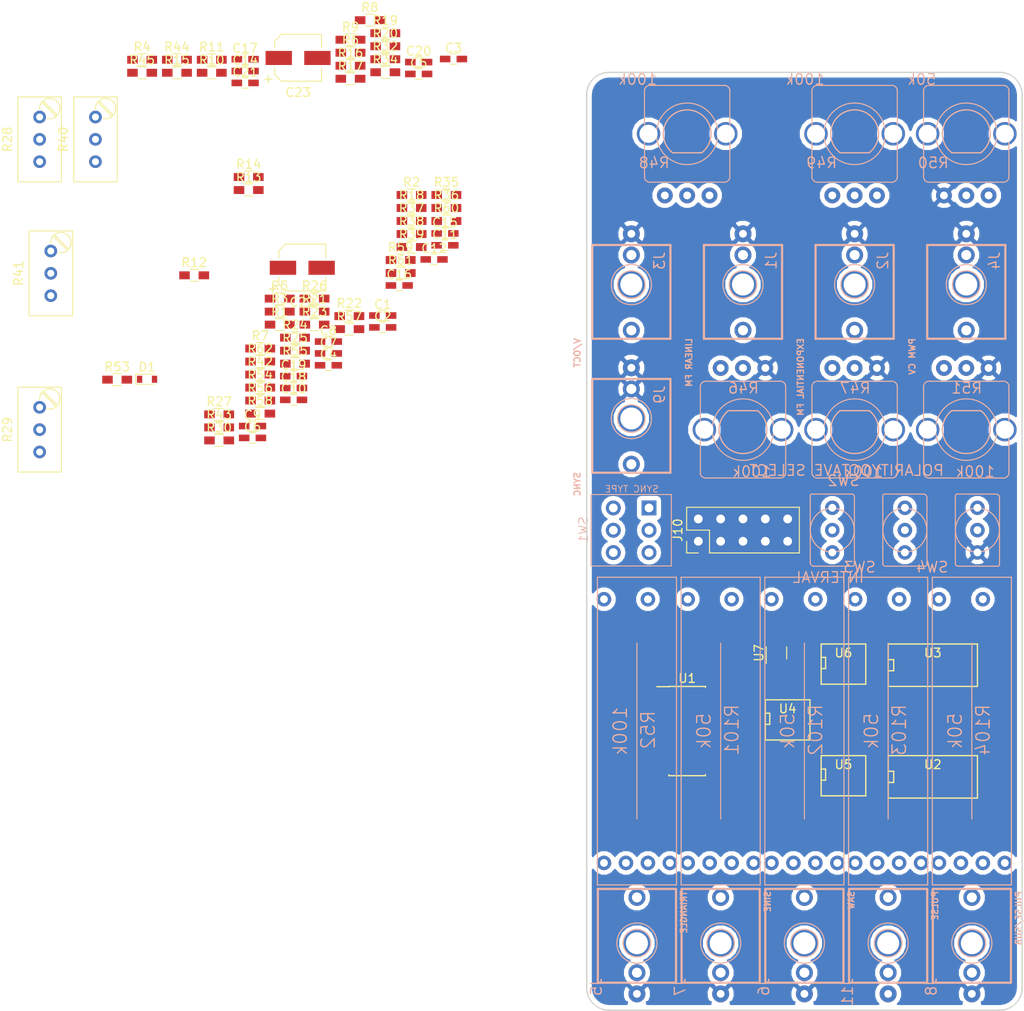
<source format=kicad_pcb>
(kicad_pcb (version 20171130) (host pcbnew "(5.0.0)")
  (layers (0 F.Cu signal) (31 B.Cu signal) (34 B.Paste user) (35 F.Paste user) (36 B.SilkS user) (37 F.SilkS user) (38 B.Mask user) (39 F.Mask user) (44 Edge.Cuts user))
  (net 0 "")
  (net 1 "Net-(C1-Pad2)")
  (net 2 "Net-(C1-Pad1)")
  (net 3 GND)
  (net 4 "Net-(C2-Pad2)")
  (net 5 "Net-(C3-Pad2)")
  (net 6 "Net-(C4-Pad1)")
  (net 7 "Net-(C5-Pad1)")
  (net 8 "Net-(C5-Pad2)")
  (net 9 "Net-(C6-Pad2)")
  (net 10 "Net-(C7-Pad2)")
  (net 11 "Net-(C8-Pad2)")
  (net 12 "Net-(C9-Pad1)")
  (net 13 "Net-(C10-Pad2)")
  (net 14 +12V)
  (net 15 "Net-(C14-Pad2)")
  (net 16 -12V)
  (net 17 "Net-(C21-Pad2)")
  (net 18 "Net-(C21-Pad1)")
  (net 19 "Net-(D1-Pad2)")
  (net 20 "Net-(D1-Pad1)")
  (net 21 "Net-(R1-Pad1)")
  (net 22 "Net-(R1-Pad2)")
  (net 23 "Net-(R2-Pad2)")
  (net 24 "Net-(R3-Pad2)")
  (net 25 "Net-(R30-Pad2)")
  (net 26 "Net-(R25-Pad2)")
  (net 27 "Net-(R7-Pad1)")
  (net 28 "Net-(R32-Pad2)")
  (net 29 "Net-(R11-Pad2)")
  (net 30 "Net-(R12-Pad2)")
  (net 31 "Net-(R16-Pad2)")
  (net 32 "Net-(R17-Pad2)")
  (net 33 "Net-(R18-Pad1)")
  (net 34 PULSE)
  (net 35 "Net-(R21-Pad2)")
  (net 36 "Net-(R22-Pad1)")
  (net 37 "Net-(R23-Pad1)")
  (net 38 SAW)
  (net 39 "Net-(R25-Pad1)")
  (net 40 "Net-(R28-Pad3)")
  (net 41 "Net-(R28-Pad1)")
  (net 42 "Net-(R29-Pad2)")
  (net 43 "Net-(R29-Pad3)")
  (net 44 "Net-(R36-Pad2)")
  (net 45 "Net-(R38-Pad2)")
  (net 46 "Net-(R38-Pad1)")
  (net 47 "Net-(R39-Pad2)")
  (net 48 "Net-(R42-Pad2)")
  (net 49 "Net-(R44-Pad1)")
  (net 50 "Net-(R45-Pad2)")
  (net 51 "Net-(R45-Pad1)")
  (net 52 "Net-(R46-Pad2)")
  (net 53 "Net-(R49-Pad2)")
  (net 54 "Net-(R50-Pad2)")
  (net 55 "Net-(R59-Pad2)")
  (net 56 "Net-(SW1-Pad1)")
  (net 57 "Net-(SW2-Pad2)")
  (net 58 "Net-(SW2-Pad3)")
  (net 59 "Net-(SW3-Pad1)")
  (net 60 "Net-(SW3-Pad3)")
  (net 61 "Net-(SW4-Pad2)")
  (net 62 TRI)
  (net 63 "Net-(U2-Pad11)")
  (net 64 "Net-(U2-Pad6)")
  (net 65 "Net-(U3-Pad11)")
  (net 66 "Net-(U6-Pad1)")
  (net 67 "Net-(U6-Pad5)")
  (net 68 "Net-(U6-Pad8)")
  (net 69 "Net-(J8-Pad3)")
  (net 70 "Net-(J8-Pad2)")
  (net 71 "Net-(J11-Pad1)")
  (net 72 "Net-(J11-Pad2)")
  (net 73 "Net-(J11-Pad3)")
  (net 74 "Net-(J1-Pad2)")
  (net 75 "Net-(J2-Pad2)")
  (net 76 "Net-(J2-Pad3)")
  (net 77 "Net-(J3-Pad2)")
  (net 78 "Net-(J3-Pad3)")
  (net 79 "Net-(J4-Pad2)")
  (net 80 "Net-(J4-Pad3)")
  (net 81 "Net-(J5-Pad2)")
  (net 82 "Net-(J5-Pad3)")
  (net 83 "Net-(J6-Pad2)")
  (net 84 "Net-(J6-Pad3)")
  (net 85 "Net-(J7-Pad2)")
  (net 86 "Net-(J7-Pad3)")
  (net 87 "Net-(R101-PadLEDC)")
  (net 88 "Net-(R101-PadLEDA)")
  (net 89 "Net-(R101-PadP3)")
  (net 90 "Net-(R101-PadP2)")
  (net 91 "Net-(R101-PadP1)")
  (net 92 "Net-(R102-PadP1)")
  (net 93 "Net-(R102-PadP2)")
  (net 94 "Net-(R102-PadP3)")
  (net 95 "Net-(R102-PadLEDA)")
  (net 96 "Net-(R102-PadLEDC)")
  (net 97 "Net-(R103-PadLEDC)")
  (net 98 "Net-(R103-PadLEDA)")
  (net 99 "Net-(R103-PadP3)")
  (net 100 "Net-(R103-PadP2)")
  (net 101 "Net-(R103-PadP1)")
  (net 102 "Net-(R104-PadP1)")
  (net 103 "Net-(R104-PadP2)")
  (net 104 "Net-(R104-PadP3)")
  (net 105 "Net-(R104-PadLEDA)")
  (net 106 "Net-(R104-PadLEDC)")
  (net 107 "Net-(R52-PadLEDC)")
  (net 108 "Net-(R52-PadLEDA)")
  (net 109 "Net-(R52-PadP3)")
  (net 110 "Net-(R52-PadP2)")
  (net 111 "Net-(R52-PadP1)")
  (module 4ms-footprints:PJ301M-12 (layer B.Cu) (at 93.98 74.93 90)
    (fp_text reference J1 (at 3.8354 3.9116 90) (layer B.SilkS) (effects (font (size 1.2065 1.2065) (thickness 0.1524)) (justify left bottom mirror)))
    (fp_text value "LINEAR FM" (at -6.0198 -5.7404 90) (layer B.SilkS) (effects (font (size 0.7 0.7) (thickness 0.1524)) (justify left bottom mirror)))
    (pad "" np_thru_hole circle (at 0 0 90) (size 3 3) (drill 2.5) (layers *.Cu *.Mask))
    (pad 2 thru_hole circle (at 3.3528 0 90) (size 1.9304 1.9304) (drill 1.143) (layers *.Cu *.Mask) (net 74 "Net-(J1-Pad2)"))
    (pad 1 thru_hole circle (at 5.7658 0 90) (size 1.9304 1.9304) (drill 0.889) (layers *.Cu *.Mask) (net 3 GND))
    (pad 3 thru_hole circle (at -5.207 0 90) (size 1.9304 1.9304) (drill 1.143) (layers *.Cu *.Mask) (net 17 "Net-(C21-Pad2)"))
  )
  (module 4ms-footprints:PJ301M-12 (layer B.Cu) (at 106.68 74.93 90)
    (fp_text reference J2 (at 3.8354 3.9116 90) (layer B.SilkS) (effects (font (size 1.2065 1.2065) (thickness 0.1524)) (justify left bottom mirror)))
    (fp_text value "EXPONENTIAL FM" (at -6.0198 -5.7404 90) (layer B.SilkS) (effects (font (size 0.7 0.7) (thickness 0.1524)) (justify left bottom mirror)))
    (pad "" np_thru_hole circle (at 0 0 90) (size 3 3) (drill 2.5) (layers *.Cu *.Mask))
    (pad 2 thru_hole circle (at 3.3528 0 90) (size 1.9304 1.9304) (drill 1.143) (layers *.Cu *.Mask) (net 75 "Net-(J2-Pad2)"))
    (pad 1 thru_hole circle (at 5.7658 0 90) (size 1.9304 1.9304) (drill 0.889) (layers *.Cu *.Mask) (net 3 GND))
    (pad 3 thru_hole circle (at -5.207 0 90) (size 1.9304 1.9304) (drill 1.143) (layers *.Cu *.Mask) (net 76 "Net-(J2-Pad3)"))
  )
  (module 4ms-footprints:PJ301M-12 (layer B.Cu) (at 81.28 74.93 90)
    (fp_text reference J3 (at 3.8354 3.9116 90) (layer B.SilkS) (effects (font (size 1.2065 1.2065) (thickness 0.1524)) (justify left bottom mirror)))
    (fp_text value V/OCT (at -6.0198 -5.7404 90) (layer B.SilkS) (effects (font (size 0.7 0.7) (thickness 0.1524)) (justify left bottom mirror)))
    (pad "" np_thru_hole circle (at 0 0 90) (size 3 3) (drill 2.5) (layers *.Cu *.Mask))
    (pad 2 thru_hole circle (at 3.3528 0 90) (size 1.9304 1.9304) (drill 1.143) (layers *.Cu *.Mask) (net 77 "Net-(J3-Pad2)"))
    (pad 1 thru_hole circle (at 5.7658 0 90) (size 1.9304 1.9304) (drill 0.889) (layers *.Cu *.Mask) (net 3 GND))
    (pad 3 thru_hole circle (at -5.207 0 90) (size 1.9304 1.9304) (drill 1.143) (layers *.Cu *.Mask) (net 78 "Net-(J3-Pad3)"))
  )
  (module 4ms-footprints:PJ301M-12 (layer B.Cu) (at 119.38 74.93 90)
    (fp_text reference J4 (at 3.8354 3.9116 90) (layer B.SilkS) (effects (font (size 1.2065 1.2065) (thickness 0.1524)) (justify left bottom mirror)))
    (fp_text value "PWM CV" (at -6.0198 -5.7404 90) (layer B.SilkS) (effects (font (size 0.7 0.7) (thickness 0.1524)) (justify left bottom mirror)))
    (pad "" np_thru_hole circle (at 0 0 90) (size 3 3) (drill 2.5) (layers *.Cu *.Mask))
    (pad 2 thru_hole circle (at 3.3528 0 90) (size 1.9304 1.9304) (drill 1.143) (layers *.Cu *.Mask) (net 79 "Net-(J4-Pad2)"))
    (pad 1 thru_hole circle (at 5.7658 0 90) (size 1.9304 1.9304) (drill 0.889) (layers *.Cu *.Mask) (net 3 GND))
    (pad 3 thru_hole circle (at -5.207 0 90) (size 1.9304 1.9304) (drill 1.143) (layers *.Cu *.Mask) (net 80 "Net-(J4-Pad3)"))
  )
  (module 4ms-footprints:PJ301M-12 (layer B.Cu) (at 81.915 149.86 270)
    (fp_text reference J5 (at 3.8354 3.9116 270) (layer B.SilkS) (effects (font (size 1.2065 1.2065) (thickness 0.1524)) (justify left bottom mirror)))
    (fp_text value TRIANGLE (at -6.0198 -5.7404 270) (layer B.SilkS) (effects (font (size 0.7 0.7) (thickness 0.1524)) (justify left bottom mirror)))
    (pad "" np_thru_hole circle (at 0 0 270) (size 3 3) (drill 2.5) (layers *.Cu *.Mask))
    (pad 2 thru_hole circle (at 3.3528 0 270) (size 1.9304 1.9304) (drill 1.143) (layers *.Cu *.Mask) (net 81 "Net-(J5-Pad2)"))
    (pad 1 thru_hole circle (at 5.7658 0 270) (size 1.9304 1.9304) (drill 0.889) (layers *.Cu *.Mask) (net 3 GND))
    (pad 3 thru_hole circle (at -5.207 0 270) (size 1.9304 1.9304) (drill 1.143) (layers *.Cu *.Mask) (net 82 "Net-(J5-Pad3)"))
  )
  (module 4ms-footprints:PJ301M-12 (layer B.Cu) (at 100.965 149.86 270)
    (fp_text reference J6 (at 3.8354 3.9116 270) (layer B.SilkS) (effects (font (size 1.2065 1.2065) (thickness 0.1524)) (justify left bottom mirror)))
    (fp_text value SAW (at -6.0198 -5.7404 270) (layer B.SilkS) (effects (font (size 0.7 0.7) (thickness 0.1524)) (justify left bottom mirror)))
    (pad "" np_thru_hole circle (at 0 0 270) (size 3 3) (drill 2.5) (layers *.Cu *.Mask))
    (pad 2 thru_hole circle (at 3.3528 0 270) (size 1.9304 1.9304) (drill 1.143) (layers *.Cu *.Mask) (net 83 "Net-(J6-Pad2)"))
    (pad 1 thru_hole circle (at 5.7658 0 270) (size 1.9304 1.9304) (drill 0.889) (layers *.Cu *.Mask) (net 3 GND))
    (pad 3 thru_hole circle (at -5.207 0 270) (size 1.9304 1.9304) (drill 1.143) (layers *.Cu *.Mask) (net 84 "Net-(J6-Pad3)"))
  )
  (module 4ms-footprints:PJ301M-12 (layer B.Cu) (at 91.44 149.86 270)
    (fp_text reference J7 (at 3.8354 3.9116 270) (layer B.SilkS) (effects (font (size 1.2065 1.2065) (thickness 0.1524)) (justify left bottom mirror)))
    (fp_text value SINE (at -6.0198 -5.7404 270) (layer B.SilkS) (effects (font (size 0.7 0.7) (thickness 0.1524)) (justify left bottom mirror)))
    (pad "" np_thru_hole circle (at 0 0 270) (size 3 3) (drill 2.5) (layers *.Cu *.Mask))
    (pad 2 thru_hole circle (at 3.3528 0 270) (size 1.9304 1.9304) (drill 1.143) (layers *.Cu *.Mask) (net 85 "Net-(J7-Pad2)"))
    (pad 1 thru_hole circle (at 5.7658 0 270) (size 1.9304 1.9304) (drill 0.889) (layers *.Cu *.Mask) (net 3 GND))
    (pad 3 thru_hole circle (at -5.207 0 270) (size 1.9304 1.9304) (drill 1.143) (layers *.Cu *.Mask) (net 86 "Net-(J7-Pad3)"))
  )
  (module 4ms-footprints:PJ301M-12 (layer B.Cu) (at 120.015 149.86 270)
    (fp_text reference J8 (at 3.8354 3.9116 270) (layer B.SilkS) (effects (font (size 1.2065 1.2065) (thickness 0.1524)) (justify left bottom mirror)))
    (fp_text value PULSE/SUB (at -6.0198 -5.7404 270) (layer B.SilkS) (effects (font (size 0.7 0.7) (thickness 0.1524)) (justify left bottom mirror)))
    (pad "" np_thru_hole circle (at 0 0 270) (size 3 3) (drill 2.5) (layers *.Cu *.Mask))
    (pad 2 thru_hole circle (at 3.3528 0 270) (size 1.9304 1.9304) (drill 1.143) (layers *.Cu *.Mask) (net 70 "Net-(J8-Pad2)"))
    (pad 1 thru_hole circle (at 5.7658 0 270) (size 1.9304 1.9304) (drill 0.889) (layers *.Cu *.Mask) (net 3 GND))
    (pad 3 thru_hole circle (at -5.207 0 270) (size 1.9304 1.9304) (drill 1.143) (layers *.Cu *.Mask) (net 69 "Net-(J8-Pad3)"))
  )
  (module 4ms-footprints:PJ301M-12 (layer B.Cu) (at 81.28 90.17 90)
    (fp_text reference J9 (at 3.8354 3.9116 90) (layer B.SilkS) (effects (font (size 1.2065 1.2065) (thickness 0.1524)) (justify left bottom mirror)))
    (fp_text value SYNC (at -6.0198 -5.7404 90) (layer B.SilkS) (effects (font (size 0.7 0.7) (thickness 0.1524)) (justify left bottom mirror)))
    (pad "" np_thru_hole circle (at 0 0 90) (size 3 3) (drill 2.5) (layers *.Cu *.Mask))
    (pad 2 thru_hole circle (at 3.3528 0 90) (size 1.9304 1.9304) (drill 1.143) (layers *.Cu *.Mask) (net 3 GND))
    (pad 1 thru_hole circle (at 5.7658 0 90) (size 1.9304 1.9304) (drill 0.889) (layers *.Cu *.Mask) (net 3 GND))
    (pad 3 thru_hole circle (at -5.207 0 90) (size 1.9304 1.9304) (drill 1.143) (layers *.Cu *.Mask) (net 7 "Net-(C5-Pad1)"))
  )
  (module 4ms-footprints:PJ301M-12 (layer B.Cu) (at 110.49 149.86 270)
    (fp_text reference J11 (at 3.8354 3.9116 270) (layer B.SilkS) (effects (font (size 1.2065 1.2065) (thickness 0.1524)) (justify left bottom mirror)))
    (fp_text value PULSE (at -6.0198 -5.7404 270) (layer B.SilkS) (effects (font (size 0.7 0.7) (thickness 0.1524)) (justify left bottom mirror)))
    (pad "" np_thru_hole circle (at 0 0 270) (size 3 3) (drill 2.5) (layers *.Cu *.Mask))
    (pad 2 thru_hole circle (at 3.3528 0 270) (size 1.9304 1.9304) (drill 1.143) (layers *.Cu *.Mask) (net 72 "Net-(J11-Pad2)"))
    (pad 1 thru_hole circle (at 5.7658 0 270) (size 1.9304 1.9304) (drill 0.889) (layers *.Cu *.Mask) (net 71 "Net-(J11-Pad1)"))
    (pad 3 thru_hole circle (at -5.207 0 270) (size 1.9304 1.9304) (drill 1.143) (layers *.Cu *.Mask) (net 73 "Net-(J11-Pad3)"))
  )
  (module Capacitors_SMD:C_0603_HandSoldering (layer F.Cu) (at 53.000001 78.460001)
    (fp_text reference C1 (at 0 -1.25) (layer F.SilkS))
    (fp_text value 22p)
    (pad 1 smd rect (at -0.95 0) (size 1.2 0.75) (layers F.Cu F.Paste F.Mask) (net 2 "Net-(C1-Pad1)"))
    (pad 2 smd rect (at 0.95 0) (size 1.2 0.75) (layers F.Cu F.Paste F.Mask) (net 1 "Net-(C1-Pad2)"))
  )
  (module Capacitors_SMD:C_0603_HandSoldering (layer F.Cu) (at 53.000001 79.810001)
    (fp_text reference C2 (at 0 -1.25) (layer F.SilkS))
    (fp_text value 33p)
    (pad 1 smd rect (at -0.95 0) (size 1.2 0.75) (layers F.Cu F.Paste F.Mask) (net 3 GND))
    (pad 2 smd rect (at 0.95 0) (size 1.2 0.75) (layers F.Cu F.Paste F.Mask) (net 4 "Net-(C2-Pad2)"))
  )
  (module Capacitors_SMD:C_0603_HandSoldering (layer F.Cu) (at 61.050001 49.280001)
    (fp_text reference C3 (at 0 -1.25) (layer F.SilkS))
    (fp_text value 47p)
    (pad 1 smd rect (at -0.95 0) (size 1.2 0.75) (layers F.Cu F.Paste F.Mask) (net 3 GND))
    (pad 2 smd rect (at 0.95 0) (size 1.2 0.75) (layers F.Cu F.Paste F.Mask) (net 5 "Net-(C3-Pad2)"))
  )
  (module Capacitors_SMD:C_0603_HandSoldering (layer F.Cu) (at 46.820001 84.120001)
    (fp_text reference C4 (at 0 -1.25) (layer F.SilkS))
    (fp_text value 1n)
    (pad 1 smd rect (at -0.95 0) (size 1.2 0.75) (layers F.Cu F.Paste F.Mask) (net 6 "Net-(C4-Pad1)"))
    (pad 2 smd rect (at 0.95 0) (size 1.2 0.75) (layers F.Cu F.Paste F.Mask) (net 3 GND))
  )
  (module Capacitors_SMD:C_0603_HandSoldering (layer F.Cu) (at 57.090001 50.980001)
    (fp_text reference C5 (at 0 -1.25) (layer F.SilkS))
    (fp_text value 1n)
    (pad 1 smd rect (at -0.95 0) (size 1.2 0.75) (layers F.Cu F.Paste F.Mask) (net 7 "Net-(C5-Pad1)"))
    (pad 2 smd rect (at 0.95 0) (size 1.2 0.75) (layers F.Cu F.Paste F.Mask) (net 8 "Net-(C5-Pad2)"))
  )
  (module Capacitors_SMD:C_0603_HandSoldering (layer F.Cu) (at 38.190001 92.380001)
    (fp_text reference C6 (at 0 -1.25) (layer F.SilkS))
    (fp_text value 1n)
    (pad 1 smd rect (at -0.95 0) (size 1.2 0.75) (layers F.Cu F.Paste F.Mask) (net 3 GND))
    (pad 2 smd rect (at 0.95 0) (size 1.2 0.75) (layers F.Cu F.Paste F.Mask) (net 9 "Net-(C6-Pad2)"))
  )
  (module Capacitors_SMD:C_0603_HandSoldering (layer F.Cu) (at 46.820001 82.770001)
    (fp_text reference C7 (at 0 -1.25) (layer F.SilkS))
    (fp_text value 10n)
    (pad 1 smd rect (at -0.95 0) (size 1.2 0.75) (layers F.Cu F.Paste F.Mask) (net 3 GND))
    (pad 2 smd rect (at 0.95 0) (size 1.2 0.75) (layers F.Cu F.Paste F.Mask) (net 10 "Net-(C7-Pad2)"))
  )
  (module Capacitors_SMD:C_0603_HandSoldering (layer F.Cu) (at 46.820001 81.420001)
    (fp_text reference C8 (at 0 -1.25) (layer F.SilkS))
    (fp_text value 10n)
    (pad 1 smd rect (at -0.95 0) (size 1.2 0.75) (layers F.Cu F.Paste F.Mask) (net 3 GND))
    (pad 2 smd rect (at 0.95 0) (size 1.2 0.75) (layers F.Cu F.Paste F.Mask) (net 11 "Net-(C8-Pad2)"))
  )
  (module Capacitors_SMD:C_0603_HandSoldering (layer F.Cu) (at 38.190001 91.030001)
    (fp_text reference C9 (at 0 -1.25) (layer F.SilkS))
    (fp_text value 100n)
    (pad 1 smd rect (at -0.95 0) (size 1.2 0.75) (layers F.Cu F.Paste F.Mask) (net 12 "Net-(C9-Pad1)"))
    (pad 2 smd rect (at 0.95 0) (size 1.2 0.75) (layers F.Cu F.Paste F.Mask) (net 3 GND))
  )
  (module Capacitors_SMD:C_0603_HandSoldering (layer F.Cu) (at 42.860001 88.050001)
    (fp_text reference C10 (at 0 -1.25) (layer F.SilkS))
    (fp_text value 100n)
    (pad 1 smd rect (at -0.95 0) (size 1.2 0.75) (layers F.Cu F.Paste F.Mask) (net 3 GND))
    (pad 2 smd rect (at 0.95 0) (size 1.2 0.75) (layers F.Cu F.Paste F.Mask) (net 13 "Net-(C10-Pad2)"))
  )
  (module Capacitors_SMD:C_0603_HandSoldering (layer F.Cu) (at 60.080001 70.470001)
    (fp_text reference C11 (at 0 -1.25) (layer F.SilkS))
    (fp_text value 100n)
    (pad 1 smd rect (at -0.95 0) (size 1.2 0.75) (layers F.Cu F.Paste F.Mask) (net 3 GND))
    (pad 2 smd rect (at 0.95 0) (size 1.2 0.75) (layers F.Cu F.Paste F.Mask) (net 14 +12V))
  )
  (module Capacitors_SMD:C_0603_HandSoldering (layer F.Cu) (at 58.840001 72.080001)
    (fp_text reference C12 (at 0 -1.25) (layer F.SilkS))
    (fp_text value 100n)
    (pad 1 smd rect (at -0.95 0) (size 1.2 0.75) (layers F.Cu F.Paste F.Mask) (net 14 +12V))
    (pad 2 smd rect (at 0.95 0) (size 1.2 0.75) (layers F.Cu F.Paste F.Mask) (net 3 GND))
  )
  (module Capacitors_SMD:C_0603_HandSoldering (layer F.Cu) (at 37.350001 50.650001)
    (fp_text reference C14 (at 0 -1.25) (layer F.SilkS))
    (fp_text value 100n)
    (pad 1 smd rect (at -0.95 0) (size 1.2 0.75) (layers F.Cu F.Paste F.Mask) (net 3 GND))
    (pad 2 smd rect (at 0.95 0) (size 1.2 0.75) (layers F.Cu F.Paste F.Mask) (net 15 "Net-(C14-Pad2)"))
  )
  (module Capacitors_SMD:C_0603_HandSoldering (layer F.Cu) (at 60.080001 69.120001)
    (fp_text reference C15 (at 0 -1.25) (layer F.SilkS))
    (fp_text value 100n)
    (pad 1 smd rect (at -0.95 0) (size 1.2 0.75) (layers F.Cu F.Paste F.Mask) (net 3 GND))
    (pad 2 smd rect (at 0.95 0) (size 1.2 0.75) (layers F.Cu F.Paste F.Mask) (net 16 -12V))
  )
  (module Capacitors_SMD:C_0603_HandSoldering (layer F.Cu) (at 54.880001 75.040001)
    (fp_text reference C16 (at 0 -1.25) (layer F.SilkS))
    (fp_text value 100n)
    (pad 1 smd rect (at -0.95 0) (size 1.2 0.75) (layers F.Cu F.Paste F.Mask) (net 3 GND))
    (pad 2 smd rect (at 0.95 0) (size 1.2 0.75) (layers F.Cu F.Paste F.Mask) (net 16 -12V))
  )
  (module Capacitors_SMD:C_0603_HandSoldering (layer F.Cu) (at 37.350001 49.300001)
    (fp_text reference C17 (at 0 -1.25) (layer F.SilkS))
    (fp_text value 100n)
    (pad 1 smd rect (at -0.95 0) (size 1.2 0.75) (layers F.Cu F.Paste F.Mask) (net 3 GND))
    (pad 2 smd rect (at 0.95 0) (size 1.2 0.75) (layers F.Cu F.Paste F.Mask) (net 16 -12V))
  )
  (module Capacitors_SMD:C_0603_HandSoldering (layer F.Cu) (at 42.860001 86.700001)
    (fp_text reference C18 (at 0 -1.25) (layer F.SilkS))
    (fp_text value 100n)
    (pad 1 smd rect (at -0.95 0) (size 1.2 0.75) (layers F.Cu F.Paste F.Mask) (net 14 +12V))
    (pad 2 smd rect (at 0.95 0) (size 1.2 0.75) (layers F.Cu F.Paste F.Mask) (net 3 GND))
  )
  (module Capacitors_SMD:C_0603_HandSoldering (layer F.Cu) (at 42.860001 85.350001)
    (fp_text reference C19 (at 0 -1.25) (layer F.SilkS))
    (fp_text value 100n)
    (pad 1 smd rect (at -0.95 0) (size 1.2 0.75) (layers F.Cu F.Paste F.Mask) (net 14 +12V))
    (pad 2 smd rect (at 0.95 0) (size 1.2 0.75) (layers F.Cu F.Paste F.Mask) (net 3 GND))
  )
  (module Capacitors_SMD:C_0603_HandSoldering (layer F.Cu) (at 57.090001 49.630001)
    (fp_text reference C20 (at 0 -1.25) (layer F.SilkS))
    (fp_text value 100n)
    (pad 1 smd rect (at -0.95 0) (size 1.2 0.75) (layers F.Cu F.Paste F.Mask) (net 14 +12V))
    (pad 2 smd rect (at 0.95 0) (size 1.2 0.75) (layers F.Cu F.Paste F.Mask) (net 3 GND))
  )
  (module Capacitors_SMD:C_0603_HandSoldering (layer F.Cu) (at 37.350001 52.000001)
    (fp_text reference C21 (at 0 -1.25) (layer F.SilkS))
    (fp_text value 220n)
    (pad 1 smd rect (at -0.95 0) (size 1.2 0.75) (layers F.Cu F.Paste F.Mask) (net 18 "Net-(C21-Pad1)"))
    (pad 2 smd rect (at 0.95 0) (size 1.2 0.75) (layers F.Cu F.Paste F.Mask) (net 17 "Net-(C21-Pad2)"))
  )
  (module Capacitors_SMD:CP_Elec_5x5.3 (layer F.Cu) (at 43.850001 73.030001)
    (fp_text reference C22 (at 0 3.92) (layer F.SilkS))
    (fp_text value 10u)
    (fp_text user + (at -3.38 2.34) (layer F.SilkS))
    (pad 1 smd rect (at -2.2 0 180) (size 3 1.6) (layers F.Cu F.Paste F.Mask) (net 3 GND))
    (pad 2 smd rect (at 2.2 0 180) (size 3 1.6) (layers F.Cu F.Paste F.Mask) (net 16 -12V))
  )
  (module Capacitors_SMD:CP_Elec_5x5.3 (layer F.Cu) (at 43.370001 49.160001)
    (fp_text reference C23 (at 0 3.92) (layer F.SilkS))
    (fp_text value 10u)
    (fp_text user + (at -3.38 2.34) (layer F.SilkS))
    (pad 1 smd rect (at -2.2 0 180) (size 3 1.6) (layers F.Cu F.Paste F.Mask) (net 14 +12V))
    (pad 2 smd rect (at 2.2 0 180) (size 3 1.6) (layers F.Cu F.Paste F.Mask) (net 3 GND))
  )
  (module Diodes_SMD:D_0603 (layer F.Cu) (at 26.190001 85.710001)
    (fp_text reference D1 (at 0 -1.4) (layer F.SilkS))
    (fp_text value 1N4148)
    (pad 1 smd rect (at -0.85 0) (size 0.6 0.8) (layers F.Cu F.Paste F.Mask) (net 20 "Net-(D1-Pad1)"))
    (pad 2 smd rect (at 0.85 0) (size 0.6 0.8) (layers F.Cu F.Paste F.Mask) (net 19 "Net-(D1-Pad2)"))
  )
  (module 4ms-footprints:Pin_Header_Straight_2x05_Pitch2.54mm (layer F.Cu) (at 88.9 104.14 90)
    (fp_text reference J10 (at 1.27 -2.33 90) (layer F.SilkS))
    (fp_text value POWER)
    (pad 1 thru_hole rect (at 0 0 90) (size 1.7 1.7) (drill 1) (layers *.Cu *.Mask) (net 16 -12V))
    (pad 2 thru_hole oval (at 2.54 0 90) (size 1.7 1.7) (drill 1) (layers *.Cu *.Mask) (net 16 -12V))
    (pad 3 thru_hole oval (at 0 2.54 90) (size 1.7 1.7) (drill 1) (layers *.Cu *.Mask) (net 3 GND))
    (pad 4 thru_hole oval (at 2.54 2.54 90) (size 1.7 1.7) (drill 1) (layers *.Cu *.Mask) (net 3 GND))
    (pad 5 thru_hole oval (at 0 5.08 90) (size 1.7 1.7) (drill 1) (layers *.Cu *.Mask) (net 3 GND))
    (pad 6 thru_hole oval (at 2.54 5.08 90) (size 1.7 1.7) (drill 1) (layers *.Cu *.Mask) (net 3 GND))
    (pad 7 thru_hole oval (at 0 7.62 90) (size 1.7 1.7) (drill 1) (layers *.Cu *.Mask) (net 3 GND))
    (pad 8 thru_hole oval (at 2.54 7.62 90) (size 1.7 1.7) (drill 1) (layers *.Cu *.Mask) (net 3 GND))
    (pad 9 thru_hole oval (at 0 10.16 90) (size 1.7 1.7) (drill 1) (layers *.Cu *.Mask) (net 14 +12V))
    (pad 10 thru_hole oval (at 2.54 10.16 90) (size 1.7 1.7) (drill 1) (layers *.Cu *.Mask) (net 14 +12V))
  )
  (module Resistors_SMD:R_0603_HandSoldering (layer F.Cu) (at 41.280001 79.495001)
    (fp_text reference R1 (at 0 -1.45) (layer F.SilkS))
    (fp_text value 390)
    (pad 1 smd rect (at -1.1 0) (size 1.2 0.9) (layers F.Cu F.Paste F.Mask) (net 21 "Net-(R1-Pad1)"))
    (pad 2 smd rect (at 1.1 0) (size 1.2 0.9) (layers F.Cu F.Paste F.Mask) (net 22 "Net-(R1-Pad2)"))
  )
  (module Resistors_SMD:R_0603_HandSoldering (layer F.Cu) (at 56.280001 64.745001)
    (fp_text reference R2 (at 0 -1.45) (layer F.SilkS))
    (fp_text value 470)
    (pad 1 smd rect (at -1.1 0) (size 1.2 0.9) (layers F.Cu F.Paste F.Mask) (net 11 "Net-(C8-Pad2)"))
    (pad 2 smd rect (at 1.1 0) (size 1.2 0.9) (layers F.Cu F.Paste F.Mask) (net 23 "Net-(R2-Pad2)"))
  )
  (module Resistors_SMD:R_0603_HandSoldering (layer F.Cu) (at 41.280001 78.015001)
    (fp_text reference R3 (at 0 -1.45) (layer F.SilkS))
    (fp_text value 470)
    (pad 1 smd rect (at -1.1 0) (size 1.2 0.9) (layers F.Cu F.Paste F.Mask) (net 10 "Net-(C7-Pad2)"))
    (pad 2 smd rect (at 1.1 0) (size 1.2 0.9) (layers F.Cu F.Paste F.Mask) (net 24 "Net-(R3-Pad2)"))
  )
  (module Resistors_SMD:R_0603_HandSoldering (layer F.Cu) (at 25.630001 49.365001)
    (fp_text reference R4 (at 0 -1.45) (layer F.SilkS))
    (fp_text value 820)
    (pad 1 smd rect (at -1.1 0) (size 1.2 0.9) (layers F.Cu F.Paste F.Mask) (net 16 -12V))
    (pad 2 smd rect (at 1.1 0) (size 1.2 0.9) (layers F.Cu F.Paste F.Mask) (net 13 "Net-(C10-Pad2)"))
  )
  (module Resistors_SMD:R_0603_HandSoldering (layer F.Cu) (at 41.280001 76.535001)
    (fp_text reference R5 (at 0 -1.45) (layer F.SilkS))
    (fp_text value 1.5k)
    (pad 1 smd rect (at -1.1 0) (size 1.2 0.9) (layers F.Cu F.Paste F.Mask) (net 25 "Net-(R30-Pad2)"))
    (pad 2 smd rect (at 1.1 0) (size 1.2 0.9) (layers F.Cu F.Paste F.Mask) (net 82 "Net-(J5-Pad3)"))
  )
  (module Resistors_SMD:R_0603_HandSoldering (layer F.Cu) (at 49.330001 48.565001)
    (fp_text reference R6 (at 0 -1.45) (layer F.SilkS))
    (fp_text value 1.5k)
    (pad 1 smd rect (at -1.1 0) (size 1.2 0.9) (layers F.Cu F.Paste F.Mask) (net 26 "Net-(R25-Pad2)"))
    (pad 2 smd rect (at 1.1 0) (size 1.2 0.9) (layers F.Cu F.Paste F.Mask) (net 84 "Net-(J6-Pad3)"))
  )
  (module Resistors_SMD:R_0603_HandSoldering (layer F.Cu) (at 39.060001 82.215001)
    (fp_text reference R7 (at 0 -1.45) (layer F.SilkS))
    (fp_text value 1.8k)
    (pad 1 smd rect (at -1.1 0) (size 1.2 0.9) (layers F.Cu F.Paste F.Mask) (net 27 "Net-(R7-Pad1)"))
    (pad 2 smd rect (at 1.1 0) (size 1.2 0.9) (layers F.Cu F.Paste F.Mask) (net 3 GND))
  )
  (module Resistors_SMD:R_0603_HandSoldering (layer F.Cu) (at 51.530001 44.865001)
    (fp_text reference R8 (at 0 -1.45) (layer F.SilkS))
    (fp_text value 1.8k)
    (pad 1 smd rect (at -1.1 0) (size 1.2 0.9) (layers F.Cu F.Paste F.Mask) (net 69 "Net-(J8-Pad3)"))
    (pad 2 smd rect (at 1.1 0) (size 1.2 0.9) (layers F.Cu F.Paste F.Mask) (net 3 GND))
  )
  (module Resistors_SMD:R_0603_HandSoldering (layer F.Cu) (at 49.330001 47.085001)
    (fp_text reference R9 (at 0 -1.45) (layer F.SilkS))
    (fp_text value 2k)
    (pad 1 smd rect (at -1.1 0) (size 1.2 0.9) (layers F.Cu F.Paste F.Mask) (net 28 "Net-(R32-Pad2)"))
    (pad 2 smd rect (at 1.1 0) (size 1.2 0.9) (layers F.Cu F.Paste F.Mask) (net 86 "Net-(J7-Pad3)"))
  )
  (module Resistors_SMD:R_0603_HandSoldering (layer F.Cu) (at 33.550001 50.845001)
    (fp_text reference R10 (at 0 -1.45) (layer F.SilkS))
    (fp_text value 2k)
    (pad 1 smd rect (at -1.1 0) (size 1.2 0.9) (layers F.Cu F.Paste F.Mask) (net 86 "Net-(J7-Pad3)"))
    (pad 2 smd rect (at 1.1 0) (size 1.2 0.9) (layers F.Cu F.Paste F.Mask) (net 3 GND))
  )
  (module Resistors_SMD:R_0603_HandSoldering (layer F.Cu) (at 33.550001 49.365001)
    (fp_text reference R11 (at 0 -1.45) (layer F.SilkS))
    (fp_text value 2.2k)
    (pad 1 smd rect (at -1.1 0) (size 1.2 0.9) (layers F.Cu F.Paste F.Mask) (net 3 GND))
    (pad 2 smd rect (at 1.1 0) (size 1.2 0.9) (layers F.Cu F.Paste F.Mask) (net 29 "Net-(R11-Pad2)"))
  )
  (module Resistors_SMD:R_0603_HandSoldering (layer F.Cu) (at 31.550001 73.885001)
    (fp_text reference R12 (at 0 -1.45) (layer F.SilkS))
    (fp_text value 2.2k)
    (pad 1 smd rect (at -1.1 0) (size 1.2 0.9) (layers F.Cu F.Paste F.Mask) (net 3 GND))
    (pad 2 smd rect (at 1.1 0) (size 1.2 0.9) (layers F.Cu F.Paste F.Mask) (net 30 "Net-(R12-Pad2)"))
  )
  (module Resistors_SMD:R_0603_HandSoldering (layer F.Cu) (at 37.750001 64.185001)
    (fp_text reference R13 (at 0 -1.45) (layer F.SilkS))
    (fp_text value 3k)
    (pad 1 smd rect (at -1.1 0) (size 1.2 0.9) (layers F.Cu F.Paste F.Mask) (net 3 GND))
    (pad 2 smd rect (at 1.1 0) (size 1.2 0.9) (layers F.Cu F.Paste F.Mask) (net 82 "Net-(J5-Pad3)"))
  )
  (module Resistors_SMD:R_0603_HandSoldering (layer F.Cu) (at 37.750001 62.705001)
    (fp_text reference R14 (at 0 -1.45) (layer F.SilkS))
    (fp_text value 3k)
    (pad 1 smd rect (at -1.1 0) (size 1.2 0.9) (layers F.Cu F.Paste F.Mask) (net 84 "Net-(J6-Pad3)"))
    (pad 2 smd rect (at 1.1 0) (size 1.2 0.9) (layers F.Cu F.Paste F.Mask) (net 3 GND))
  )
  (module Resistors_SMD:R_0603_HandSoldering (layer F.Cu) (at 29.590001 50.845001)
    (fp_text reference R15 (at 0 -1.45) (layer F.SilkS))
    (fp_text value 3k)
    (pad 1 smd rect (at -1.1 0) (size 1.2 0.9) (layers F.Cu F.Paste F.Mask) (net 1 "Net-(C1-Pad2)"))
    (pad 2 smd rect (at 1.1 0) (size 1.2 0.9) (layers F.Cu F.Paste F.Mask) (net 69 "Net-(J8-Pad3)"))
  )
  (module Resistors_SMD:R_0603_HandSoldering (layer F.Cu) (at 49.330001 50.045001)
    (fp_text reference R16 (at 0 -1.45) (layer F.SilkS))
    (fp_text value 5.6k)
    (pad 1 smd rect (at -1.1 0) (size 1.2 0.9) (layers F.Cu F.Paste F.Mask) (net 13 "Net-(C10-Pad2)"))
    (pad 2 smd rect (at 1.1 0) (size 1.2 0.9) (layers F.Cu F.Paste F.Mask) (net 31 "Net-(R16-Pad2)"))
  )
  (module Resistors_SMD:R_0603_HandSoldering (layer F.Cu) (at 49.330001 51.525001)
    (fp_text reference R17 (at 0 -1.45) (layer F.SilkS))
    (fp_text value 5.6k)
    (pad 1 smd rect (at -1.1 0) (size 1.2 0.9) (layers F.Cu F.Paste F.Mask) (net 20 "Net-(D1-Pad1)"))
    (pad 2 smd rect (at 1.1 0) (size 1.2 0.9) (layers F.Cu F.Paste F.Mask) (net 32 "Net-(R17-Pad2)"))
  )
  (module Resistors_SMD:R_0603_HandSoldering (layer F.Cu) (at 56.280001 66.225001)
    (fp_text reference R18 (at 0 -1.45) (layer F.SilkS))
    (fp_text value 10k)
    (pad 1 smd rect (at -1.1 0) (size 1.2 0.9) (layers F.Cu F.Paste F.Mask) (net 33 "Net-(R18-Pad1)"))
    (pad 2 smd rect (at 1.1 0) (size 1.2 0.9) (layers F.Cu F.Paste F.Mask) (net 9 "Net-(C6-Pad2)"))
  )
  (module Resistors_SMD:R_0603_HandSoldering (layer F.Cu) (at 53.290001 46.345001)
    (fp_text reference R19 (at 0 -1.45) (layer F.SilkS))
    (fp_text value 10k)
    (pad 1 smd rect (at -1.1 0) (size 1.2 0.9) (layers F.Cu F.Paste F.Mask) (net 3 GND))
    (pad 2 smd rect (at 1.1 0) (size 1.2 0.9) (layers F.Cu F.Paste F.Mask) (net 34 PULSE))
  )
  (module Resistors_SMD:R_0603_HandSoldering (layer F.Cu) (at 53.290001 47.825001)
    (fp_text reference R20 (at 0 -1.45) (layer F.SilkS))
    (fp_text value 10k)
    (pad 1 smd rect (at -1.1 0) (size 1.2 0.9) (layers F.Cu F.Paste F.Mask) (net 3 GND))
    (pad 2 smd rect (at 1.1 0) (size 1.2 0.9) (layers F.Cu F.Paste F.Mask) (net 20 "Net-(D1-Pad1)"))
  )
  (module Resistors_SMD:R_0603_HandSoldering (layer F.Cu) (at 45.240001 78.015001)
    (fp_text reference R21 (at 0 -1.45) (layer F.SilkS))
    (fp_text value 10k)
    (pad 1 smd rect (at -1.1 0) (size 1.2 0.9) (layers F.Cu F.Paste F.Mask) (net 3 GND))
    (pad 2 smd rect (at 1.1 0) (size 1.2 0.9) (layers F.Cu F.Paste F.Mask) (net 35 "Net-(R21-Pad2)"))
  )
  (module Resistors_SMD:R_0603_HandSoldering (layer F.Cu) (at 49.200001 78.525001)
    (fp_text reference R22 (at 0 -1.45) (layer F.SilkS))
    (fp_text value 10k)
    (pad 1 smd rect (at -1.1 0) (size 1.2 0.9) (layers F.Cu F.Paste F.Mask) (net 36 "Net-(R22-Pad1)"))
    (pad 2 smd rect (at 1.1 0) (size 1.2 0.9) (layers F.Cu F.Paste F.Mask) (net 14 +12V))
  )
  (module Resistors_SMD:R_0603_HandSoldering (layer F.Cu) (at 45.240001 79.495001)
    (fp_text reference R23 (at 0 -1.45) (layer F.SilkS))
    (fp_text value 10k)
    (pad 1 smd rect (at -1.1 0) (size 1.2 0.9) (layers F.Cu F.Paste F.Mask) (net 37 "Net-(R23-Pad1)"))
    (pad 2 smd rect (at 1.1 0) (size 1.2 0.9) (layers F.Cu F.Paste F.Mask) (net 14 +12V))
  )
  (module Resistors_SMD:R_0603_HandSoldering (layer F.Cu) (at 43.020001 80.975001)
    (fp_text reference R24 (at 0 -1.45) (layer F.SilkS))
    (fp_text value 10k)
    (pad 1 smd rect (at -1.1 0) (size 1.2 0.9) (layers F.Cu F.Paste F.Mask) (net 38 SAW))
    (pad 2 smd rect (at 1.1 0) (size 1.2 0.9) (layers F.Cu F.Paste F.Mask) (net 4 "Net-(C2-Pad2)"))
  )
  (module Resistors_SMD:R_0603_HandSoldering (layer F.Cu) (at 43.020001 82.455001)
    (fp_text reference R25 (at 0 -1.45) (layer F.SilkS))
    (fp_text value 10k)
    (pad 1 smd rect (at -1.1 0) (size 1.2 0.9) (layers F.Cu F.Paste F.Mask) (net 39 "Net-(R25-Pad1)"))
    (pad 2 smd rect (at 1.1 0) (size 1.2 0.9) (layers F.Cu F.Paste F.Mask) (net 26 "Net-(R25-Pad2)"))
  )
  (module Resistors_SMD:R_0603_HandSoldering (layer F.Cu) (at 45.240001 76.535001)
    (fp_text reference R26 (at 0 -1.45) (layer F.SilkS))
    (fp_text value 10k)
    (pad 1 smd rect (at -1.1 0) (size 1.2 0.9) (layers F.Cu F.Paste F.Mask) (net 2 "Net-(C1-Pad1)"))
    (pad 2 smd rect (at 1.1 0) (size 1.2 0.9) (layers F.Cu F.Paste F.Mask) (net 14 +12V))
  )
  (module Resistors_SMD:R_0603_HandSoldering (layer F.Cu) (at 34.390001 89.705001)
    (fp_text reference R27 (at 0 -1.45) (layer F.SilkS))
    (fp_text value 10k)
    (pad 1 smd rect (at -1.1 0) (size 1.2 0.9) (layers F.Cu F.Paste F.Mask) (net 2 "Net-(C1-Pad1)"))
    (pad 2 smd rect (at 1.1 0) (size 1.2 0.9) (layers F.Cu F.Paste F.Mask) (net 1 "Net-(C1-Pad2)"))
  )
  (module Potentiometers:Potentiometer_Trimmer_Bourns_3296W (layer F.Cu) (at 13.97 55.88 90)
    (fp_text reference R28 (at -2.54 -3.66 90) (layer F.SilkS))
    (fp_text value 10k)
    (pad 1 thru_hole circle (at 0 0 90) (size 1.44 1.44) (drill 0.8) (layers *.Cu *.Mask) (net 41 "Net-(R28-Pad1)"))
    (pad 2 thru_hole circle (at -2.54 0 90) (size 1.44 1.44) (drill 0.8) (layers *.Cu *.Mask) (net 13 "Net-(C10-Pad2)"))
    (pad 3 thru_hole circle (at -5.08 0 90) (size 1.44 1.44) (drill 0.8) (layers *.Cu *.Mask) (net 40 "Net-(R28-Pad3)"))
  )
  (module Potentiometers:Potentiometer_Trimmer_Bourns_3296W (layer F.Cu) (at 13.97 88.9 90)
    (fp_text reference R29 (at -2.54 -3.66 90) (layer F.SilkS))
    (fp_text value 10k)
    (pad 1 thru_hole circle (at 0 0 90) (size 1.44 1.44) (drill 0.8) (layers *.Cu *.Mask) (net 3 GND))
    (pad 2 thru_hole circle (at -2.54 0 90) (size 1.44 1.44) (drill 0.8) (layers *.Cu *.Mask) (net 42 "Net-(R29-Pad2)"))
    (pad 3 thru_hole circle (at -5.08 0 90) (size 1.44 1.44) (drill 0.8) (layers *.Cu *.Mask) (net 43 "Net-(R29-Pad3)"))
  )
  (module Resistors_SMD:R_0603_HandSoldering (layer F.Cu) (at 34.390001 92.665001)
    (fp_text reference R30 (at 0 -1.45) (layer F.SilkS))
    (fp_text value 15k)
    (pad 1 smd rect (at -1.1 0) (size 1.2 0.9) (layers F.Cu F.Paste F.Mask) (net 35 "Net-(R21-Pad2)"))
    (pad 2 smd rect (at 1.1 0) (size 1.2 0.9) (layers F.Cu F.Paste F.Mask) (net 25 "Net-(R30-Pad2)"))
  )
  (module Resistors_SMD:R_0603_HandSoldering (layer F.Cu) (at 53.290001 49.305001)
    (fp_text reference R32 (at 0 -1.45) (layer F.SilkS))
    (fp_text value 20k)
    (pad 1 smd rect (at -1.1 0) (size 1.2 0.9) (layers F.Cu F.Paste F.Mask) (net 37 "Net-(R23-Pad1)"))
    (pad 2 smd rect (at 1.1 0) (size 1.2 0.9) (layers F.Cu F.Paste F.Mask) (net 28 "Net-(R32-Pad2)"))
  )
  (module Resistors_SMD:R_0603_HandSoldering (layer F.Cu) (at 53.290001 50.785001)
    (fp_text reference R34 (at 0 -1.45) (layer F.SilkS))
    (fp_text value 20k)
    (pad 1 smd rect (at -1.1 0) (size 1.2 0.9) (layers F.Cu F.Paste F.Mask) (net 14 +12V))
    (pad 2 smd rect (at 1.1 0) (size 1.2 0.9) (layers F.Cu F.Paste F.Mask) (net 39 "Net-(R25-Pad1)"))
  )
  (module Resistors_SMD:R_0603_HandSoldering (layer F.Cu) (at 60.240001 64.745001)
    (fp_text reference R35 (at 0 -1.45) (layer F.SilkS))
    (fp_text value 22k)
    (pad 1 smd rect (at -1.1 0) (size 1.2 0.9) (layers F.Cu F.Paste F.Mask) (net 34 PULSE))
    (pad 2 smd rect (at 1.1 0) (size 1.2 0.9) (layers F.Cu F.Paste F.Mask) (net 5 "Net-(C3-Pad2)"))
  )
  (module Resistors_SMD:R_0603_HandSoldering (layer F.Cu) (at 60.240001 66.225001)
    (fp_text reference R36 (at 0 -1.45) (layer F.SilkS))
    (fp_text value 24k)
    (pad 1 smd rect (at -1.1 0) (size 1.2 0.9) (layers F.Cu F.Paste F.Mask) (net 41 "Net-(R28-Pad1)"))
    (pad 2 smd rect (at 1.1 0) (size 1.2 0.9) (layers F.Cu F.Paste F.Mask) (net 44 "Net-(R36-Pad2)"))
  )
  (module Resistors_SMD:R_0603_HandSoldering (layer F.Cu) (at 56.280001 67.705001)
    (fp_text reference R37 (at 0 -1.45) (layer F.SilkS))
    (fp_text value 30k)
    (pad 1 smd rect (at -1.1 0) (size 1.2 0.9) (layers F.Cu F.Paste F.Mask) (net 14 +12V))
    (pad 2 smd rect (at 1.1 0) (size 1.2 0.9) (layers F.Cu F.Paste F.Mask) (net 35 "Net-(R21-Pad2)"))
  )
  (module Resistors_SMD:R_0603_HandSoldering (layer F.Cu) (at 56.280001 69.185001)
    (fp_text reference R38 (at 0 -1.45) (layer F.SilkS))
    (fp_text value 47k)
    (pad 1 smd rect (at -1.1 0) (size 1.2 0.9) (layers F.Cu F.Paste F.Mask) (net 46 "Net-(R38-Pad1)"))
    (pad 2 smd rect (at 1.1 0) (size 1.2 0.9) (layers F.Cu F.Paste F.Mask) (net 45 "Net-(R38-Pad2)"))
  )
  (module Resistors_SMD:R_0603_HandSoldering (layer F.Cu) (at 56.280001 70.665001)
    (fp_text reference R39 (at 0 -1.45) (layer F.SilkS))
    (fp_text value 47k)
    (pad 1 smd rect (at -1.1 0) (size 1.2 0.9) (layers F.Cu F.Paste F.Mask) (net 25 "Net-(R30-Pad2)"))
    (pad 2 smd rect (at 1.1 0) (size 1.2 0.9) (layers F.Cu F.Paste F.Mask) (net 47 "Net-(R39-Pad2)"))
  )
  (module Potentiometers:Potentiometer_Trimmer_Bourns_3296W (layer F.Cu) (at 20.32 55.88 90)
    (fp_text reference R40 (at -2.54 -3.66 90) (layer F.SilkS))
    (fp_text value 50k)
    (pad 1 thru_hole circle (at 0 0 90) (size 1.44 1.44) (drill 0.8) (layers *.Cu *.Mask) (net 29 "Net-(R11-Pad2)"))
    (pad 2 thru_hole circle (at -2.54 0 90) (size 1.44 1.44) (drill 0.8) (layers *.Cu *.Mask) (net 47 "Net-(R39-Pad2)"))
    (pad 3 thru_hole circle (at -5.08 0 90) (size 1.44 1.44) (drill 0.8) (layers *.Cu *.Mask) (net 47 "Net-(R39-Pad2)"))
  )
  (module Potentiometers:Potentiometer_Trimmer_Bourns_3296W (layer F.Cu) (at 15.24 71.12 90)
    (fp_text reference R41 (at -2.54 -3.66 90) (layer F.SilkS))
    (fp_text value 50k)
    (pad 1 thru_hole circle (at 0 0 90) (size 1.44 1.44) (drill 0.8) (layers *.Cu *.Mask) (net 21 "Net-(R1-Pad1)"))
    (pad 2 thru_hole circle (at -2.54 0 90) (size 1.44 1.44) (drill 0.8) (layers *.Cu *.Mask) (net 16 -12V))
    (pad 3 thru_hole circle (at -5.08 0 90) (size 1.44 1.44) (drill 0.8) (layers *.Cu *.Mask) (net 22 "Net-(R1-Pad2)"))
  )
  (module Resistors_SMD:R_0603_HandSoldering (layer F.Cu) (at 39.060001 85.175001)
    (fp_text reference R42 (at 0 -1.45) (layer F.SilkS))
    (fp_text value 100k)
    (pad 1 smd rect (at -1.1 0) (size 1.2 0.9) (layers F.Cu F.Paste F.Mask) (net 23 "Net-(R2-Pad2)"))
    (pad 2 smd rect (at 1.1 0) (size 1.2 0.9) (layers F.Cu F.Paste F.Mask) (net 48 "Net-(R42-Pad2)"))
  )
  (module Resistors_SMD:R_0603_HandSoldering (layer F.Cu) (at 34.390001 91.185001)
    (fp_text reference R43 (at 0 -1.45) (layer F.SilkS))
    (fp_text value 100k)
    (pad 1 smd rect (at -1.1 0) (size 1.2 0.9) (layers F.Cu F.Paste F.Mask) (net 23 "Net-(R2-Pad2)"))
    (pad 2 smd rect (at 1.1 0) (size 1.2 0.9) (layers F.Cu F.Paste F.Mask) (net 78 "Net-(J3-Pad3)"))
  )
  (module Resistors_SMD:R_0603_HandSoldering (layer F.Cu) (at 29.590001 49.365001)
    (fp_text reference R44 (at 0 -1.45) (layer F.SilkS))
    (fp_text value 100k)
    (pad 1 smd rect (at -1.1 0) (size 1.2 0.9) (layers F.Cu F.Paste F.Mask) (net 49 "Net-(R44-Pad1)"))
    (pad 2 smd rect (at 1.1 0) (size 1.2 0.9) (layers F.Cu F.Paste F.Mask) (net 23 "Net-(R2-Pad2)"))
  )
  (module Resistors_SMD:R_0603_HandSoldering (layer F.Cu) (at 25.630001 50.845001)
    (fp_text reference R45 (at 0 -1.45) (layer F.SilkS))
    (fp_text value 100k)
    (pad 1 smd rect (at -1.1 0) (size 1.2 0.9) (layers F.Cu F.Paste F.Mask) (net 51 "Net-(R45-Pad1)"))
    (pad 2 smd rect (at 1.1 0) (size 1.2 0.9) (layers F.Cu F.Paste F.Mask) (net 50 "Net-(R45-Pad2)"))
  )
  (module 4ms-footprints:POT-9MM-ALPHA (layer B.Cu) (at 93.98 91.44 180)
    (fp_text reference R46 (at -1.905 4.0132 180) (layer B.SilkS) (effects (font (size 1.2065 1.2065) (thickness 0.1524)) (justify left bottom mirror)))
    (fp_text value 100k (at -3.3274 -5.4864 180) (layer B.SilkS) (effects (font (size 1.2065 1.2065) (thickness 0.1524)) (justify left bottom mirror)))
    (pad 3 thru_hole circle (at -2.540163 7.012243 270) (size 1.8034 1.8034) (drill 0.889) (layers *.Cu *.Mask) (net 3 GND))
    (pad 2 thru_hole circle (at -0.000163 7.012243 270) (size 1.8034 1.8034) (drill 0.889) (layers *.Cu *.Mask) (net 52 "Net-(R46-Pad2)"))
    (pad 1 thru_hole circle (at 2.539837 7.012243 270) (size 1.8034 1.8034) (drill 0.889) (layers *.Cu *.Mask) (net 18 "Net-(C21-Pad1)"))
    (pad 4 thru_hole circle (at 4.394037 0.001843 180) (size 2.667 2.667) (drill 2.0574) (layers *.Cu *.Mask))
    (pad 5 thru_hole circle (at -4.394363 0.001843 180) (size 2.667 2.667) (drill 2.0574) (layers *.Cu *.Mask))
  )
  (module 4ms-footprints:POT-9MM-ALPHA (layer B.Cu) (at 106.68 91.44 180)
    (fp_text reference R47 (at -1.905 4.0132 180) (layer B.SilkS) (effects (font (size 1.2065 1.2065) (thickness 0.1524)) (justify left bottom mirror)))
    (fp_text value 100k (at -3.3274 -5.4864 180) (layer B.SilkS) (effects (font (size 1.2065 1.2065) (thickness 0.1524)) (justify left bottom mirror)))
    (pad 3 thru_hole circle (at -2.540163 7.012243 270) (size 1.8034 1.8034) (drill 0.889) (layers *.Cu *.Mask) (net 3 GND))
    (pad 2 thru_hole circle (at -0.000163 7.012243 270) (size 1.8034 1.8034) (drill 0.889) (layers *.Cu *.Mask) (net 48 "Net-(R42-Pad2)"))
    (pad 1 thru_hole circle (at 2.539837 7.012243 270) (size 1.8034 1.8034) (drill 0.889) (layers *.Cu *.Mask) (net 76 "Net-(J2-Pad3)"))
    (pad 4 thru_hole circle (at 4.394037 0.001843 180) (size 2.667 2.667) (drill 2.0574) (layers *.Cu *.Mask))
    (pad 5 thru_hole circle (at -4.394363 0.001843 180) (size 2.667 2.667) (drill 2.0574) (layers *.Cu *.Mask))
  )
  (module 4ms-footprints:POT-9MM-ALPHA (layer B.Cu) (at 87.63 57.785)
    (fp_text reference R48 (at -1.905 4.0132) (layer B.SilkS) (effects (font (size 1.2065 1.2065) (thickness 0.1524)) (justify left bottom mirror)))
    (fp_text value 100k (at -3.3274 -5.4864) (layer B.SilkS) (effects (font (size 1.2065 1.2065) (thickness 0.1524)) (justify left bottom mirror)))
    (pad 3 thru_hole circle (at -2.540163 7.012243 90) (size 1.8034 1.8034) (drill 0.889) (layers *.Cu *.Mask) (net 16 -12V))
    (pad 2 thru_hole circle (at -0.000163 7.012243 90) (size 1.8034 1.8034) (drill 0.889) (layers *.Cu *.Mask) (net 49 "Net-(R44-Pad1)"))
    (pad 1 thru_hole circle (at 2.539837 7.012243 90) (size 1.8034 1.8034) (drill 0.889) (layers *.Cu *.Mask) (net 14 +12V))
    (pad 4 thru_hole circle (at 4.394037 0.001843) (size 2.667 2.667) (drill 2.0574) (layers *.Cu *.Mask))
    (pad 5 thru_hole circle (at -4.394363 0.001843) (size 2.667 2.667) (drill 2.0574) (layers *.Cu *.Mask))
  )
  (module 4ms-footprints:POT-9MM-ALPHA (layer B.Cu) (at 106.68 57.785)
    (fp_text reference R49 (at -1.905 4.0132) (layer B.SilkS) (effects (font (size 1.2065 1.2065) (thickness 0.1524)) (justify left bottom mirror)))
    (fp_text value 100k (at -3.3274 -5.4864) (layer B.SilkS) (effects (font (size 1.2065 1.2065) (thickness 0.1524)) (justify left bottom mirror)))
    (pad 3 thru_hole circle (at -2.540163 7.012243 90) (size 1.8034 1.8034) (drill 0.889) (layers *.Cu *.Mask) (net 16 -12V))
    (pad 2 thru_hole circle (at -0.000163 7.012243 90) (size 1.8034 1.8034) (drill 0.889) (layers *.Cu *.Mask) (net 53 "Net-(R49-Pad2)"))
    (pad 1 thru_hole circle (at 2.539837 7.012243 90) (size 1.8034 1.8034) (drill 0.889) (layers *.Cu *.Mask) (net 14 +12V))
    (pad 4 thru_hole circle (at 4.394037 0.001843) (size 2.667 2.667) (drill 2.0574) (layers *.Cu *.Mask))
    (pad 5 thru_hole circle (at -4.394363 0.001843) (size 2.667 2.667) (drill 2.0574) (layers *.Cu *.Mask))
  )
  (module 4ms-footprints:POT-9MM-ALPHA (layer B.Cu) (at 119.38 57.785)
    (fp_text reference R50 (at -1.905 4.0132) (layer B.SilkS) (effects (font (size 1.2065 1.2065) (thickness 0.1524)) (justify left bottom mirror)))
    (fp_text value 50k (at -3.3274 -5.4864) (layer B.SilkS) (effects (font (size 1.2065 1.2065) (thickness 0.1524)) (justify left bottom mirror)))
    (pad 3 thru_hole circle (at -2.540163 7.012243 90) (size 1.8034 1.8034) (drill 0.889) (layers *.Cu *.Mask) (net 3 GND))
    (pad 2 thru_hole circle (at -0.000163 7.012243 90) (size 1.8034 1.8034) (drill 0.889) (layers *.Cu *.Mask) (net 54 "Net-(R50-Pad2)"))
    (pad 1 thru_hole circle (at 2.539837 7.012243 90) (size 1.8034 1.8034) (drill 0.889) (layers *.Cu *.Mask) (net 14 +12V))
    (pad 4 thru_hole circle (at 4.394037 0.001843) (size 2.667 2.667) (drill 2.0574) (layers *.Cu *.Mask))
    (pad 5 thru_hole circle (at -4.394363 0.001843) (size 2.667 2.667) (drill 2.0574) (layers *.Cu *.Mask))
  )
  (module 4ms-footprints:POT-9MM-ALPHA (layer B.Cu) (at 119.38 91.44 180)
    (fp_text reference R51 (at -1.905 4.0132 180) (layer B.SilkS) (effects (font (size 1.2065 1.2065) (thickness 0.1524)) (justify left bottom mirror)))
    (fp_text value 100k (at -3.3274 -5.4864 180) (layer B.SilkS) (effects (font (size 1.2065 1.2065) (thickness 0.1524)) (justify left bottom mirror)))
    (pad 3 thru_hole circle (at -2.540163 7.012243 270) (size 1.8034 1.8034) (drill 0.889) (layers *.Cu *.Mask) (net 3 GND))
    (pad 2 thru_hole circle (at -0.000163 7.012243 270) (size 1.8034 1.8034) (drill 0.889) (layers *.Cu *.Mask) (net 51 "Net-(R45-Pad1)"))
    (pad 1 thru_hole circle (at 2.539837 7.012243 270) (size 1.8034 1.8034) (drill 0.889) (layers *.Cu *.Mask) (net 80 "Net-(J4-Pad3)"))
    (pad 4 thru_hole circle (at 4.394037 0.001843 180) (size 2.667 2.667) (drill 2.0574) (layers *.Cu *.Mask))
    (pad 5 thru_hole circle (at -4.394363 0.001843 180) (size 2.667 2.667) (drill 2.0574) (layers *.Cu *.Mask))
  )
  (module Resistors_SMD:R_0603_HandSoldering (layer F.Cu) (at 22.790001 85.755001)
    (fp_text reference R53 (at 0 -1.45) (layer F.SilkS))
    (fp_text value 120k)
    (pad 1 smd rect (at -1.1 0) (size 1.2 0.9) (layers F.Cu F.Paste F.Mask) (net 50 "Net-(R45-Pad2)"))
    (pad 2 smd rect (at 1.1 0) (size 1.2 0.9) (layers F.Cu F.Paste F.Mask) (net 33 "Net-(R18-Pad1)"))
  )
  (module Resistors_SMD:R_0603_HandSoldering (layer F.Cu) (at 39.060001 86.655001)
    (fp_text reference R54 (at 0 -1.45) (layer F.SilkS))
    (fp_text value 300k)
    (pad 1 smd rect (at -1.1 0) (size 1.2 0.9) (layers F.Cu F.Paste F.Mask) (net 54 "Net-(R50-Pad2)"))
    (pad 2 smd rect (at 1.1 0) (size 1.2 0.9) (layers F.Cu F.Paste F.Mask) (net 50 "Net-(R45-Pad2)"))
  )
  (module Resistors_SMD:R_0603_HandSoldering (layer F.Cu) (at 43.020001 83.935001)
    (fp_text reference R55 (at 0 -1.45) (layer F.SilkS))
    (fp_text value 360k)
    (pad 1 smd rect (at -1.1 0) (size 1.2 0.9) (layers F.Cu F.Paste F.Mask) (net 23 "Net-(R2-Pad2)"))
    (pad 2 smd rect (at 1.1 0) (size 1.2 0.9) (layers F.Cu F.Paste F.Mask) (net 14 +12V))
  )
  (module Resistors_SMD:R_0603_HandSoldering (layer F.Cu) (at 39.060001 88.135001)
    (fp_text reference R56 (at 0 -1.45) (layer F.SilkS))
    (fp_text value 1M)
    (pad 1 smd rect (at -1.1 0) (size 1.2 0.9) (layers F.Cu F.Paste F.Mask) (net 24 "Net-(R3-Pad2)"))
    (pad 2 smd rect (at 1.1 0) (size 1.2 0.9) (layers F.Cu F.Paste F.Mask) (net 52 "Net-(R46-Pad2)"))
  )
  (module Resistors_SMD:R_0603_HandSoldering (layer F.Cu) (at 49.200001 80.005001)
    (fp_text reference R57 (at 0 -1.45) (layer F.SilkS))
    (fp_text value 1M)
    (pad 1 smd rect (at -1.1 0) (size 1.2 0.9) (layers F.Cu F.Paste F.Mask) (net 42 "Net-(R29-Pad2)"))
    (pad 2 smd rect (at 1.1 0) (size 1.2 0.9) (layers F.Cu F.Paste F.Mask) (net 23 "Net-(R2-Pad2)"))
  )
  (module Resistors_SMD:R_0603_HandSoldering (layer F.Cu) (at 39.060001 89.615001)
    (fp_text reference R58 (at 0 -1.45) (layer F.SilkS))
    (fp_text value 1M)
    (pad 1 smd rect (at -1.1 0) (size 1.2 0.9) (layers F.Cu F.Paste F.Mask) (net 9 "Net-(C6-Pad2)"))
    (pad 2 smd rect (at 1.1 0) (size 1.2 0.9) (layers F.Cu F.Paste F.Mask) (net 34 PULSE))
  )
  (module Resistors_SMD:R_0603_HandSoldering (layer F.Cu) (at 55.040001 72.145001)
    (fp_text reference R59 (at 0 -1.45) (layer F.SilkS))
    (fp_text value 1M)
    (pad 1 smd rect (at -1.1 0) (size 1.2 0.9) (layers F.Cu F.Paste F.Mask) (net 5 "Net-(C3-Pad2)"))
    (pad 2 smd rect (at 1.1 0) (size 1.2 0.9) (layers F.Cu F.Paste F.Mask) (net 55 "Net-(R59-Pad2)"))
  )
  (module Resistors_SMD:R_0603_HandSoldering (layer F.Cu) (at 60.240001 67.705001)
    (fp_text reference R60 (at 0 -1.45) (layer F.SilkS))
    (fp_text value 1.5M)
    (pad 1 smd rect (at -1.1 0) (size 1.2 0.9) (layers F.Cu F.Paste F.Mask) (net 14 +12V))
    (pad 2 smd rect (at 1.1 0) (size 1.2 0.9) (layers F.Cu F.Paste F.Mask) (net 24 "Net-(R3-Pad2)"))
  )
  (module Resistors_SMD:R_0603_HandSoldering (layer F.Cu) (at 55.040001 73.625001)
    (fp_text reference R61 (at 0 -1.45) (layer F.SilkS))
    (fp_text value 3.3M)
    (pad 1 smd rect (at -1.1 0) (size 1.2 0.9) (layers F.Cu F.Paste F.Mask) (net 53 "Net-(R49-Pad2)"))
    (pad 2 smd rect (at 1.1 0) (size 1.2 0.9) (layers F.Cu F.Paste F.Mask) (net 23 "Net-(R2-Pad2)"))
  )
  (module Resistors_SMD:R_0603_HandSoldering (layer F.Cu) (at 39.060001 83.695001)
    (fp_text reference R62 (at 0 -1.45) (layer F.SilkS))
    (fp_text value 10M)
    (pad 1 smd rect (at -1.1 0) (size 1.2 0.9) (layers F.Cu F.Paste F.Mask) (net 50 "Net-(R45-Pad2)"))
    (pad 2 smd rect (at 1.1 0) (size 1.2 0.9) (layers F.Cu F.Paste F.Mask) (net 14 +12V))
  )
  (module 4ms-footprints:DPDT_Toggle_108-2MD1T2B3M1QE-EVX (layer B.Cu) (at 81.28 102.87 180)
    (fp_text reference SW1 (at 5.45 0.05 90) (layer B.SilkS) (effects (font (thickness 0.1)) (justify mirror)))
    (fp_text value "SYNC TYPE" (at -0.05 4.675 180) (layer B.SilkS) (effects (font (size 0.75 0.75) (thickness 0.1)) (justify mirror)))
    (pad 6 thru_hole oval (at 2.05 -2.555 180) (size 1.7 1.7) (drill 1) (layers *.Cu *.Mask) (net 32 "Net-(R17-Pad2)"))
    (pad 3 thru_hole oval (at -2.01 -2.555 180) (size 1.7 1.7) (drill 1) (layers *.Cu *.Mask) (net 15 "Net-(C14-Pad2)"))
    (pad 5 thru_hole oval (at 2.05 -0.015 180) (size 1.7 1.7) (drill 1) (layers *.Cu *.Mask) (net 8 "Net-(C5-Pad2)"))
    (pad 2 thru_hole oval (at -2.01 -0.015 180) (size 1.7 1.7) (drill 1) (layers *.Cu *.Mask) (net 46 "Net-(R38-Pad1)"))
    (pad 4 thru_hole oval (at 2.05 2.525 180) (size 1.7 1.7) (drill 1) (layers *.Cu *.Mask) (net 56 "Net-(SW1-Pad1)"))
    (pad 1 thru_hole rect (at -2.01 2.525 180) (size 1.7 1.7) (drill 1) (layers *.Cu *.Mask) (net 56 "Net-(SW1-Pad1)"))
  )
  (module 4ms-footprints:SPDT-SUB (layer B.Cu) (at 104.14 102.87 180)
    (fp_text reference SW2 (at -3.21 4.92 180) (layer B.SilkS) (effects (font (size 1.2065 1.2065) (thickness 0.1524)) (justify left bottom mirror)))
    (fp_text value INTERVAL (at -3.71 -6.09 180) (layer B.SilkS) (effects (font (size 1.2065 1.2065) (thickness 0.1524)) (justify left bottom mirror)))
    (pad 3 thru_hole circle (at 0 -2.54 180) (size 1.651 1.651) (drill 0.889) (layers *.Cu *.Mask) (net 58 "Net-(SW2-Pad3)"))
    (pad 2 thru_hole circle (at 0 0 180) (size 1.651 1.651) (drill 0.889) (layers *.Cu *.Mask) (net 57 "Net-(SW2-Pad2)"))
    (pad 1 thru_hole circle (at 0 2.54 180) (size 1.651 1.651) (drill 0.889) (layers *.Cu *.Mask) (net 55 "Net-(R59-Pad2)"))
  )
  (module 4ms-footprints:SPDT-SUB (layer B.Cu) (at 112.395 102.87)
    (fp_text reference SW3 (at -3.21 4.92) (layer B.SilkS) (effects (font (size 1.2065 1.2065) (thickness 0.1524)) (justify left bottom mirror)))
    (fp_text value "OCTAVE SELECT" (at -3.71 -6.09) (layer B.SilkS) (effects (font (size 1.2065 1.2065) (thickness 0.1524)) (justify left bottom mirror)))
    (pad 3 thru_hole circle (at 0 -2.54) (size 1.651 1.651) (drill 0.889) (layers *.Cu *.Mask) (net 60 "Net-(SW3-Pad3)"))
    (pad 2 thru_hole circle (at 0 0) (size 1.651 1.651) (drill 0.889) (layers *.Cu *.Mask) (net 109 "Net-(R52-PadP3)"))
    (pad 1 thru_hole circle (at 0 2.54) (size 1.651 1.651) (drill 0.889) (layers *.Cu *.Mask) (net 59 "Net-(SW3-Pad1)"))
  )
  (module 4ms-footprints:SPDT-SUB (layer B.Cu) (at 120.65 102.87)
    (fp_text reference SW4 (at -3.21 4.92) (layer B.SilkS) (effects (font (size 1.2065 1.2065) (thickness 0.1524)) (justify left bottom mirror)))
    (fp_text value POLARITY (at -3.71 -6.09) (layer B.SilkS) (effects (font (size 1.2065 1.2065) (thickness 0.1524)) (justify left bottom mirror)))
    (pad 3 thru_hole circle (at 0 -2.54) (size 1.651 1.651) (drill 0.889) (layers *.Cu *.Mask) (net 14 +12V))
    (pad 2 thru_hole circle (at 0 0) (size 1.651 1.651) (drill 0.889) (layers *.Cu *.Mask) (net 61 "Net-(SW4-Pad2)"))
    (pad 1 thru_hole circle (at 0 2.54) (size 1.651 1.651) (drill 0.889) (layers *.Cu *.Mask) (net 3 GND))
  )
  (module Housings_SOIC:SOIC-16_3.9x9.9mm_Pitch1.27mm (layer F.Cu) (at 87.63 125.73)
    (fp_text reference U1 (at 0 -6) (layer F.SilkS))
    (fp_text value CEM3340)
    (pad 1 smd rect (at -2.7 -4.445) (size 1.5 0.6) (layers F.Cu F.Paste F.Mask) (net 44 "Net-(R36-Pad2)"))
    (pad 2 smd rect (at -2.7 -3.175) (size 1.5 0.6) (layers F.Cu F.Paste F.Mask) (net 31 "Net-(R16-Pad2)"))
    (pad 3 smd rect (at -2.7 -1.905) (size 1.5 0.6) (layers F.Cu F.Paste F.Mask) (net 13 "Net-(C10-Pad2)"))
    (pad 4 smd rect (at -2.7 -0.635) (size 1.5 0.6) (layers F.Cu F.Paste F.Mask) (net 34 PULSE))
    (pad 5 smd rect (at -2.7 0.635) (size 1.5 0.6) (layers F.Cu F.Paste F.Mask) (net 9 "Net-(C6-Pad2)"))
    (pad 6 smd rect (at -2.7 1.905) (size 1.5 0.6) (layers F.Cu F.Paste F.Mask) (net 19 "Net-(D1-Pad2)"))
    (pad 7 smd rect (at -2.7 3.175) (size 1.5 0.6) (layers F.Cu F.Paste F.Mask) (net 43 "Net-(R29-Pad3)"))
    (pad 8 smd rect (at -2.7 4.445) (size 1.5 0.6) (layers F.Cu F.Paste F.Mask) (net 38 SAW))
    (pad 9 smd rect (at 2.7 4.445) (size 1.5 0.6) (layers F.Cu F.Paste F.Mask) (net 45 "Net-(R38-Pad2)"))
    (pad 10 smd rect (at 2.7 3.175) (size 1.5 0.6) (layers F.Cu F.Paste F.Mask) (net 62 TRI))
    (pad 11 smd rect (at 2.7 1.905) (size 1.5 0.6) (layers F.Cu F.Paste F.Mask) (net 6 "Net-(C4-Pad1)"))
    (pad 12 smd rect (at 2.7 0.635) (size 1.5 0.6) (layers F.Cu F.Paste F.Mask) (net 3 GND))
    (pad 13 smd rect (at 2.7 -0.635) (size 1.5 0.6) (layers F.Cu F.Paste F.Mask) (net 24 "Net-(R3-Pad2)"))
    (pad 14 smd rect (at 2.7 -1.905) (size 1.5 0.6) (layers F.Cu F.Paste F.Mask) (net 27 "Net-(R7-Pad1)"))
    (pad 15 smd rect (at 2.7 -3.175) (size 1.5 0.6) (layers F.Cu F.Paste F.Mask) (net 23 "Net-(R2-Pad2)"))
    (pad 16 smd rect (at 2.7 -4.445) (size 1.5 0.6) (layers F.Cu F.Paste F.Mask) (net 12 "Net-(C9-Pad1)"))
  )
  (module SMD_Packages:SOIC-14_N (layer F.Cu) (at 115.57 130.81)
    (fp_text reference U2 (at 0 -1.27) (layer F.SilkS))
    (fp_text value CD4070)
    (pad 1 smd rect (at -3.81 3.302) (size 0.508 1.143) (layers F.Cu F.Paste F.Mask) (net 5 "Net-(C3-Pad2)"))
    (pad 2 smd rect (at -2.54 3.302) (size 0.508 1.143) (layers F.Cu F.Paste F.Mask) (net 3 GND))
    (pad 3 smd rect (at -1.27 3.302) (size 0.508 1.143) (layers F.Cu F.Paste F.Mask) (net 55 "Net-(R59-Pad2)"))
    (pad 4 smd rect (at 0 3.302) (size 0.508 1.143) (layers F.Cu F.Paste F.Mask) (net 58 "Net-(SW2-Pad3)"))
    (pad 5 smd rect (at 1.27 3.302) (size 0.508 1.143) (layers F.Cu F.Paste F.Mask) (net 55 "Net-(R59-Pad2)"))
    (pad 6 smd rect (at 2.54 3.302) (size 0.508 1.143) (layers F.Cu F.Paste F.Mask) (net 64 "Net-(U2-Pad6)"))
    (pad 7 smd rect (at 3.81 3.302) (size 0.508 1.143) (layers F.Cu F.Paste F.Mask) (net 3 GND))
    (pad 8 smd rect (at 3.81 -3.048) (size 0.508 1.143) (layers F.Cu F.Paste F.Mask) (net 55 "Net-(R59-Pad2)"))
    (pad 9 smd rect (at 2.54 -3.048) (size 0.508 1.143) (layers F.Cu F.Paste F.Mask) (net 3 GND))
    (pad 11 smd rect (at 0 -3.048) (size 0.508 1.143) (layers F.Cu F.Paste F.Mask) (net 63 "Net-(U2-Pad11)"))
    (pad 12 smd rect (at -1.27 -3.048) (size 0.508 1.143) (layers F.Cu F.Paste F.Mask) (net 57 "Net-(SW2-Pad2)"))
    (pad 13 smd rect (at -2.54 -3.048) (size 0.508 1.143) (layers F.Cu F.Paste F.Mask) (net 61 "Net-(SW4-Pad2)"))
    (pad 14 smd rect (at -3.81 -3.048) (size 0.508 1.143) (layers F.Cu F.Paste F.Mask) (net 14 +12V))
    (pad 10 smd rect (at 1.27 -3.048) (size 0.508 1.143) (layers F.Cu F.Paste F.Mask) (net 111 "Net-(R52-PadP1)"))
  )
  (module SMD_Packages:SOIC-14_N (layer F.Cu) (at 115.57 118.11)
    (fp_text reference U3 (at 0 -1.27) (layer F.SilkS))
    (fp_text value CD4013)
    (pad 1 smd rect (at -3.81 3.302) (size 0.508 1.143) (layers F.Cu F.Paste F.Mask) (net 59 "Net-(SW3-Pad1)"))
    (pad 2 smd rect (at -2.54 3.302) (size 0.508 1.143) (layers F.Cu F.Paste F.Mask) (net 65 "Net-(U3-Pad11)"))
    (pad 3 smd rect (at -1.27 3.302) (size 0.508 1.143) (layers F.Cu F.Paste F.Mask) (net 63 "Net-(U2-Pad11)"))
    (pad 4 smd rect (at 0 3.302) (size 0.508 1.143) (layers F.Cu F.Paste F.Mask) (net 3 GND))
    (pad 5 smd rect (at 1.27 3.302) (size 0.508 1.143) (layers F.Cu F.Paste F.Mask) (net 65 "Net-(U3-Pad11)"))
    (pad 6 smd rect (at 2.54 3.302) (size 0.508 1.143) (layers F.Cu F.Paste F.Mask) (net 3 GND))
    (pad 7 smd rect (at 3.81 3.302) (size 0.508 1.143) (layers F.Cu F.Paste F.Mask) (net 3 GND))
    (pad 8 smd rect (at 3.81 -3.048) (size 0.508 1.143) (layers F.Cu F.Paste F.Mask) (net 3 GND))
    (pad 9 smd rect (at 2.54 -3.048) (size 0.508 1.143) (layers F.Cu F.Paste F.Mask) (net 64 "Net-(U2-Pad6)"))
    (pad 11 smd rect (at 0 -3.048) (size 0.508 1.143) (layers F.Cu F.Paste F.Mask) (net 65 "Net-(U3-Pad11)"))
    (pad 12 smd rect (at -1.27 -3.048) (size 0.508 1.143) (layers F.Cu F.Paste F.Mask) (net 64 "Net-(U2-Pad6)"))
    (pad 13 smd rect (at -2.54 -3.048) (size 0.508 1.143) (layers F.Cu F.Paste F.Mask) (net 60 "Net-(SW3-Pad3)"))
    (pad 14 smd rect (at -3.81 -3.048) (size 0.508 1.143) (layers F.Cu F.Paste F.Mask) (net 14 +12V))
    (pad 10 smd rect (at 1.27 -3.048) (size 0.508 1.143) (layers F.Cu F.Paste F.Mask) (net 3 GND))
  )
  (module SMD_Packages:SOIC-8-N (layer F.Cu) (at 99.06 124.46)
    (fp_text reference U4 (at 0 -1.27) (layer F.SilkS))
    (fp_text value TL072)
    (pad 8 smd rect (at -1.905 -3.175) (size 0.508 1.143) (layers F.Cu F.Paste F.Mask) (net 14 +12V))
    (pad 7 smd rect (at -0.635 -3.175) (size 0.508 1.143) (layers F.Cu F.Paste F.Mask) (net 25 "Net-(R30-Pad2)"))
    (pad 6 smd rect (at 0.635 -3.175) (size 0.508 1.143) (layers F.Cu F.Paste F.Mask) (net 35 "Net-(R21-Pad2)"))
    (pad 5 smd rect (at 1.905 -3.175) (size 0.508 1.143) (layers F.Cu F.Paste F.Mask) (net 62 TRI))
    (pad 4 smd rect (at 1.905 3.175) (size 0.508 1.143) (layers F.Cu F.Paste F.Mask) (net 16 -12V))
    (pad 3 smd rect (at 0.635 3.175) (size 0.508 1.143) (layers F.Cu F.Paste F.Mask) (net 37 "Net-(R23-Pad1)"))
    (pad 2 smd rect (at -0.635 3.175) (size 0.508 1.143) (layers F.Cu F.Paste F.Mask) (net 36 "Net-(R22-Pad1)"))
    (pad 1 smd rect (at -1.905 3.175) (size 0.508 1.143) (layers F.Cu F.Paste F.Mask) (net 28 "Net-(R32-Pad2)"))
  )
  (module SMD_Packages:SOIC-8-N (layer F.Cu) (at 105.41 130.81)
    (fp_text reference U5 (at 0 -1.27) (layer F.SilkS))
    (fp_text value TL072)
    (pad 8 smd rect (at -1.905 -3.175) (size 0.508 1.143) (layers F.Cu F.Paste F.Mask) (net 14 +12V))
    (pad 7 smd rect (at -0.635 -3.175) (size 0.508 1.143) (layers F.Cu F.Paste F.Mask) (net 1 "Net-(C1-Pad2)"))
    (pad 6 smd rect (at 0.635 -3.175) (size 0.508 1.143) (layers F.Cu F.Paste F.Mask) (net 2 "Net-(C1-Pad1)"))
    (pad 5 smd rect (at 1.905 -3.175) (size 0.508 1.143) (layers F.Cu F.Paste F.Mask) (net 110 "Net-(R52-PadP2)"))
    (pad 4 smd rect (at 1.905 3.175) (size 0.508 1.143) (layers F.Cu F.Paste F.Mask) (net 16 -12V))
    (pad 3 smd rect (at 0.635 3.175) (size 0.508 1.143) (layers F.Cu F.Paste F.Mask) (net 4 "Net-(C2-Pad2)"))
    (pad 2 smd rect (at -0.635 3.175) (size 0.508 1.143) (layers F.Cu F.Paste F.Mask) (net 39 "Net-(R25-Pad1)"))
    (pad 1 smd rect (at -1.905 3.175) (size 0.508 1.143) (layers F.Cu F.Paste F.Mask) (net 26 "Net-(R25-Pad2)"))
  )
  (module SMD_Packages:SOIC-8-N (layer F.Cu) (at 105.41 118.11)
    (fp_text reference U6 (at 0 -1.27) (layer F.SilkS))
    (fp_text value TL071)
    (pad 8 smd rect (at -1.905 -3.175) (size 0.508 1.143) (layers F.Cu F.Paste F.Mask) (net 68 "Net-(U6-Pad8)"))
    (pad 7 smd rect (at -0.635 -3.175) (size 0.508 1.143) (layers F.Cu F.Paste F.Mask) (net 14 +12V))
    (pad 6 smd rect (at 0.635 -3.175) (size 0.508 1.143) (layers F.Cu F.Paste F.Mask) (net 33 "Net-(R18-Pad1)"))
    (pad 5 smd rect (at 1.905 -3.175) (size 0.508 1.143) (layers F.Cu F.Paste F.Mask) (net 67 "Net-(U6-Pad5)"))
    (pad 4 smd rect (at 1.905 3.175) (size 0.508 1.143) (layers F.Cu F.Paste F.Mask) (net 16 -12V))
    (pad 3 smd rect (at 0.635 3.175) (size 0.508 1.143) (layers F.Cu F.Paste F.Mask) (net 3 GND))
    (pad 2 smd rect (at -0.635 3.175) (size 0.508 1.143) (layers F.Cu F.Paste F.Mask) (net 50 "Net-(R45-Pad2)"))
    (pad 1 smd rect (at -1.905 3.175) (size 0.508 1.143) (layers F.Cu F.Paste F.Mask) (net 66 "Net-(U6-Pad1)"))
  )
  (module TO_SOT_Packages_SMD:SOT-363_SC-70-6_Handsoldering (layer F.Cu) (at 97.79 116.84 90)
    (fp_text reference U7 (at 0 -2 90) (layer F.SilkS))
    (fp_text value DMMT3904W)
    (pad 1 smd rect (at -1.33 -0.65 90) (size 1.5 0.4) (layers F.Cu F.Paste F.Mask) (net 29 "Net-(R11-Pad2)"))
    (pad 2 smd rect (at -1.33 0 90) (size 1.5 0.4) (layers F.Cu F.Paste F.Mask) (net 30 "Net-(R12-Pad2)"))
    (pad 3 smd rect (at -1.33 0.65 90) (size 1.5 0.4) (layers F.Cu F.Paste F.Mask) (net 37 "Net-(R23-Pad1)"))
    (pad 4 smd rect (at 1.33 0.65 90) (size 1.5 0.4) (layers F.Cu F.Paste F.Mask) (net 21 "Net-(R1-Pad1)"))
    (pad 5 smd rect (at 1.33 0 90) (size 1.5 0.4) (layers F.Cu F.Paste F.Mask) (net 22 "Net-(R1-Pad2)"))
    (pad 6 smd rect (at 1.33 -0.65 90) (size 1.5 0.4) (layers F.Cu F.Paste F.Mask) (net 36 "Net-(R22-Pad1)"))
  )
  (module POT-SLIDER-LED-ALPHA-RA2045F-20 (layer B.Cu) (at 91.44 125.73 90)
    (fp_text reference R101 (at 0.127 1.27 90) (layer B.SilkS) (effects (font (size 1.524 1.524)) (justify mirror)))
    (fp_text value 50k (at 0 -1.905 90) (layer B.SilkS) (effects (font (size 1.524 1.524)) (justify mirror)))
    (pad NC thru_hole circle (at -14.9987 -1.24968 90) (size 1.651 1.651) (drill 0.889) (layers *.Cu *.Mask))
    (pad LEDC thru_hole circle (at -14.9987 -3.74904 90) (size 1.651 1.651) (drill 0.889) (layers *.Cu *.Mask) (net 87 "Net-(R101-PadLEDC)"))
    (pad LEDA thru_hole circle (at 14.9987 -3.74904 90) (size 1.651 1.651) (drill 0.889) (layers *.Cu *.Mask) (net 88 "Net-(R101-PadLEDA)"))
    (pad P3 thru_hole circle (at 14.9987 1.24968 90) (size 1.651 1.651) (drill 0.889) (layers *.Cu *.Mask) (net 89 "Net-(R101-PadP3)"))
    (pad P2 thru_hole circle (at -14.9987 3.74904 90) (size 1.651 1.651) (drill 0.889) (layers *.Cu *.Mask) (net 90 "Net-(R101-PadP2)"))
    (pad P1 thru_hole circle (at -14.9987 1.24968 90) (size 1.651 1.651) (drill 0.889) (layers *.Cu *.Mask) (net 91 "Net-(R101-PadP1)"))
  )
  (module POT-SLIDER-LED-ALPHA-RA2045F-20 (layer B.Cu) (at 100.965 125.73 90)
    (fp_text reference R102 (at 0.127 1.27 90) (layer B.SilkS) (effects (font (size 1.524 1.524)) (justify mirror)))
    (fp_text value 50k (at 0 -1.905 90) (layer B.SilkS) (effects (font (size 1.524 1.524)) (justify mirror)))
    (pad P1 thru_hole circle (at -14.9987 1.24968 90) (size 1.651 1.651) (drill 0.889) (layers *.Cu *.Mask) (net 92 "Net-(R102-PadP1)"))
    (pad P2 thru_hole circle (at -14.9987 3.74904 90) (size 1.651 1.651) (drill 0.889) (layers *.Cu *.Mask) (net 93 "Net-(R102-PadP2)"))
    (pad P3 thru_hole circle (at 14.9987 1.24968 90) (size 1.651 1.651) (drill 0.889) (layers *.Cu *.Mask) (net 94 "Net-(R102-PadP3)"))
    (pad LEDA thru_hole circle (at 14.9987 -3.74904 90) (size 1.651 1.651) (drill 0.889) (layers *.Cu *.Mask) (net 95 "Net-(R102-PadLEDA)"))
    (pad LEDC thru_hole circle (at -14.9987 -3.74904 90) (size 1.651 1.651) (drill 0.889) (layers *.Cu *.Mask) (net 96 "Net-(R102-PadLEDC)"))
    (pad NC thru_hole circle (at -14.9987 -1.24968 90) (size 1.651 1.651) (drill 0.889) (layers *.Cu *.Mask))
  )
  (module POT-SLIDER-LED-ALPHA-RA2045F-20 (layer B.Cu) (at 110.49 125.73 90)
    (fp_text reference R103 (at 0.127 1.27 90) (layer B.SilkS) (effects (font (size 1.524 1.524)) (justify mirror)))
    (fp_text value 50k (at 0 -1.905 90) (layer B.SilkS) (effects (font (size 1.524 1.524)) (justify mirror)))
    (pad NC thru_hole circle (at -14.9987 -1.24968 90) (size 1.651 1.651) (drill 0.889) (layers *.Cu *.Mask))
    (pad LEDC thru_hole circle (at -14.9987 -3.74904 90) (size 1.651 1.651) (drill 0.889) (layers *.Cu *.Mask) (net 97 "Net-(R103-PadLEDC)"))
    (pad LEDA thru_hole circle (at 14.9987 -3.74904 90) (size 1.651 1.651) (drill 0.889) (layers *.Cu *.Mask) (net 98 "Net-(R103-PadLEDA)"))
    (pad P3 thru_hole circle (at 14.9987 1.24968 90) (size 1.651 1.651) (drill 0.889) (layers *.Cu *.Mask) (net 99 "Net-(R103-PadP3)"))
    (pad P2 thru_hole circle (at -14.9987 3.74904 90) (size 1.651 1.651) (drill 0.889) (layers *.Cu *.Mask) (net 100 "Net-(R103-PadP2)"))
    (pad P1 thru_hole circle (at -14.9987 1.24968 90) (size 1.651 1.651) (drill 0.889) (layers *.Cu *.Mask) (net 101 "Net-(R103-PadP1)"))
  )
  (module POT-SLIDER-LED-ALPHA-RA2045F-20 (layer B.Cu) (at 120.015 125.73 90)
    (fp_text reference R104 (at 0.127 1.27 90) (layer B.SilkS) (effects (font (size 1.524 1.524)) (justify mirror)))
    (fp_text value 50k (at 0 -1.905 90) (layer B.SilkS) (effects (font (size 1.524 1.524)) (justify mirror)))
    (pad P1 thru_hole circle (at -14.9987 1.24968 90) (size 1.651 1.651) (drill 0.889) (layers *.Cu *.Mask) (net 102 "Net-(R104-PadP1)"))
    (pad P2 thru_hole circle (at -14.9987 3.74904 90) (size 1.651 1.651) (drill 0.889) (layers *.Cu *.Mask) (net 103 "Net-(R104-PadP2)"))
    (pad P3 thru_hole circle (at 14.9987 1.24968 90) (size 1.651 1.651) (drill 0.889) (layers *.Cu *.Mask) (net 104 "Net-(R104-PadP3)"))
    (pad LEDA thru_hole circle (at 14.9987 -3.74904 90) (size 1.651 1.651) (drill 0.889) (layers *.Cu *.Mask) (net 105 "Net-(R104-PadLEDA)"))
    (pad LEDC thru_hole circle (at -14.9987 -3.74904 90) (size 1.651 1.651) (drill 0.889) (layers *.Cu *.Mask) (net 106 "Net-(R104-PadLEDC)"))
    (pad NC thru_hole circle (at -14.9987 -1.24968 90) (size 1.651 1.651) (drill 0.889) (layers *.Cu *.Mask))
  )
  (module POT-SLIDER-LED-ALPHA-RA2045F-20 (layer B.Cu) (at 81.915 125.73 90)
    (fp_text reference R52 (at 0.127 1.27 90) (layer B.SilkS) (effects (font (size 1.524 1.524)) (justify mirror)))
    (fp_text value 100k (at 0 -1.905 90) (layer B.SilkS) (effects (font (size 1.524 1.524)) (justify mirror)))
    (pad NC thru_hole circle (at -14.9987 -1.24968 90) (size 1.651 1.651) (drill 0.889) (layers *.Cu *.Mask))
    (pad LEDC thru_hole circle (at -14.9987 -3.74904 90) (size 1.651 1.651) (drill 0.889) (layers *.Cu *.Mask) (net 107 "Net-(R52-PadLEDC)"))
    (pad LEDA thru_hole circle (at 14.9987 -3.74904 90) (size 1.651 1.651) (drill 0.889) (layers *.Cu *.Mask) (net 108 "Net-(R52-PadLEDA)"))
    (pad P3 thru_hole circle (at 14.9987 1.24968 90) (size 1.651 1.651) (drill 0.889) (layers *.Cu *.Mask) (net 109 "Net-(R52-PadP3)"))
    (pad P2 thru_hole circle (at -14.9987 3.74904 90) (size 1.651 1.651) (drill 0.889) (layers *.Cu *.Mask) (net 110 "Net-(R52-PadP2)"))
    (pad P1 thru_hole circle (at -14.9987 1.24968 90) (size 1.651 1.651) (drill 0.889) (layers *.Cu *.Mask) (net 111 "Net-(R52-PadP1)"))
  )
  (gr_line (start 76.2 53.34) (end 76.2 154.94) (layer Edge.Cuts) (width 0.15))
  (gr_line (start 123.19 50.8) (end 78.74 50.8) (layer Edge.Cuts) (width 0.15))
  (gr_line (start 125.73 154.94) (end 125.73 53.34) (layer Edge.Cuts) (width 0.15))
  (gr_line (start 78.74 157.48) (end 123.19 157.48) (layer Edge.Cuts) (width 0.15))
  (gr_arc (start 78.74 154.94) (end 76.2 154.94) (angle -90) (layer Edge.Cuts) (width 0.15))
  (gr_arc (start 123.19 154.94) (end 123.19 157.48) (angle -90) (layer Edge.Cuts) (width 0.15))
  (gr_arc (start 78.74 53.34) (end 78.74 50.8) (angle -90) (layer Edge.Cuts) (width 0.15))
  (gr_arc (start 123.19 53.34) (end 125.73 53.34) (angle -90) (layer Edge.Cuts) (width 0.15))
  (zone (net 3) (net_name GND) (layer B.Cu) (connect_pads (clearance 0.508)) (min_thickness 0.254) (fill yes (arc_segments 16) (thermal_gap 0.508) (thermal_bridge_width 0.508) (smoothing fillet) (radius 2.54))
    (polygon (pts (xy 76.2 50.8) (xy 125.73 50.8) (xy 125.73 157.48) (xy 76.2 157.48)))
  )
)
</source>
